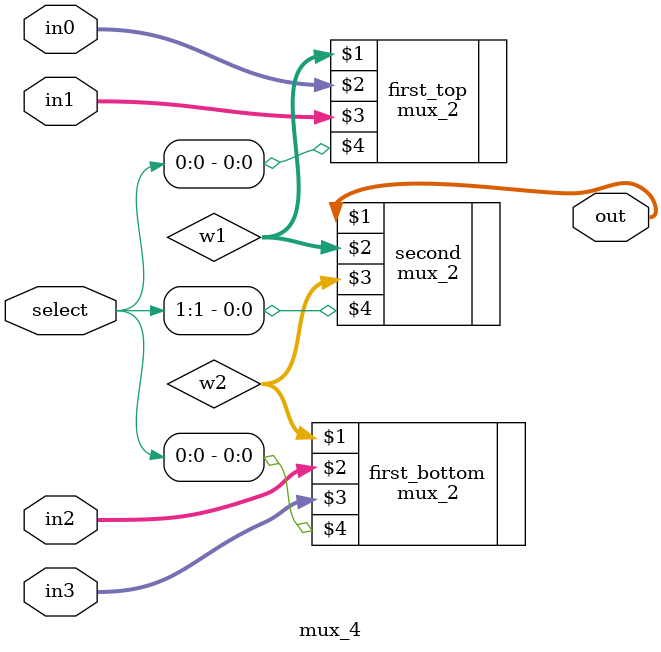
<source format=v>
module mux_4(out, in0, in1, in2, in3, select);

	input [1:0] select;
	input [31:0] in0, in1, in2, in3;
	output [31:0] out;
	wire [31:0] w1, w2;
	mux_2 first_top(w1, in0, in1, select[0]);
	mux_2 first_bottom(w2, in2, in3, select[0]);
	mux_2 second(out, w1, w2, select[1]);
	
endmodule

</source>
